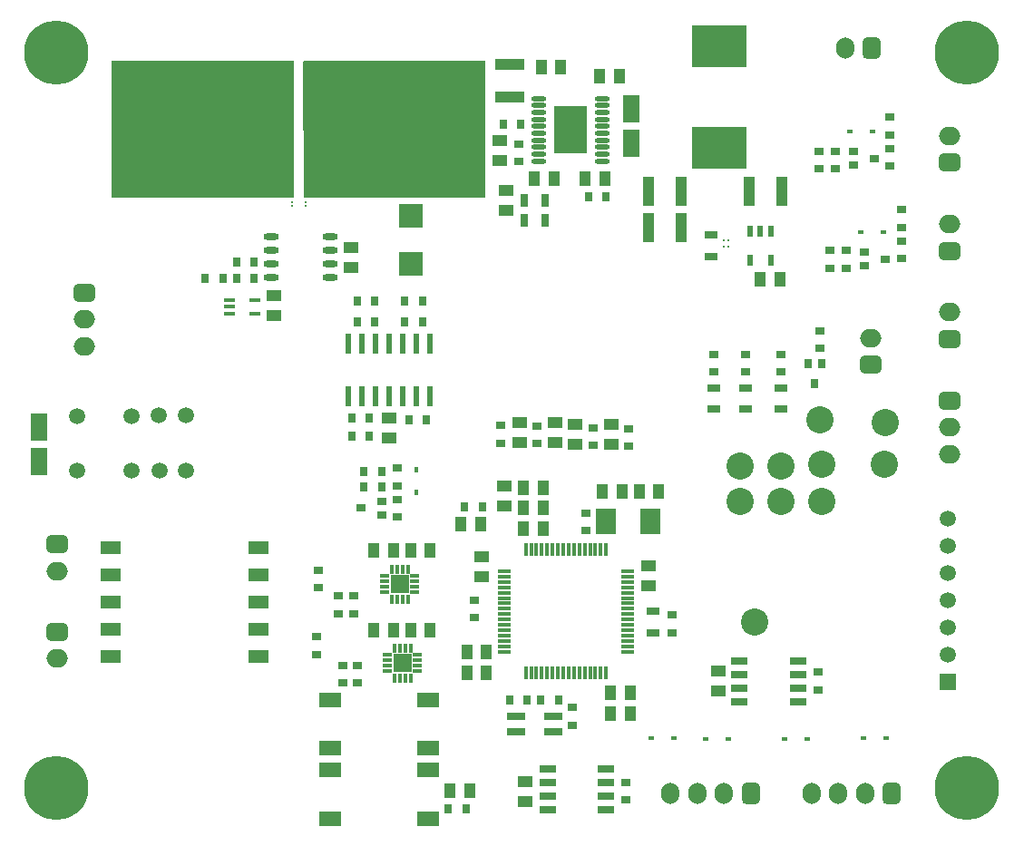
<source format=gts>
G04*
G04 #@! TF.GenerationSoftware,Altium Limited,Altium Designer,21.2.0 (30)*
G04*
G04 Layer_Color=8388736*
%FSLAX25Y25*%
%MOIN*%
G70*
G04*
G04 #@! TF.SameCoordinates,1A82DE82-DBE2-47DD-AFC6-AE7A396213A6*
G04*
G04*
G04 #@! TF.FilePolarity,Negative*
G04*
G01*
G75*
%ADD20R,0.02323X0.01772*%
%ADD21R,0.01772X0.02323*%
%ADD22R,0.06299X0.09843*%
%ADD23R,0.09055X0.09055*%
%ADD24R,0.04724X0.01181*%
%ADD25R,0.01181X0.04724*%
%ADD29R,0.03347X0.02756*%
%ADD30R,0.02756X0.03347*%
%ADD31R,0.07087X0.02953*%
%ADD32R,0.04921X0.02953*%
%ADD33R,0.02756X0.03543*%
%ADD34R,0.06102X0.02756*%
%ADD35R,0.05315X0.03937*%
%ADD36R,0.01000X0.01000*%
%ADD37R,0.04331X0.10827*%
%ADD38R,0.04300X0.01400*%
%ADD39R,0.01000X0.01000*%
%ADD40R,0.07480X0.09449*%
%ADD41R,0.03937X0.05315*%
%ADD42O,0.05709X0.02362*%
%ADD43R,0.02362X0.03937*%
%ADD44R,0.10827X0.04331*%
%ADD45R,0.12402X0.17717*%
%ADD46O,0.05512X0.01772*%
%ADD47R,0.08268X0.05512*%
%ADD48R,0.02200X0.07800*%
%ADD49R,0.03543X0.02756*%
%ADD50R,0.12598X0.14567*%
%ADD51R,0.02953X0.04921*%
%ADD52R,0.20079X0.15748*%
%ADD53R,0.07441X0.05000*%
%ADD54R,0.07047X0.07047*%
%ADD55R,0.01535X0.03307*%
%ADD56R,0.03307X0.01535*%
%ADD57C,0.06000*%
%ADD58C,0.12598*%
%ADD59O,0.07874X0.06693*%
G04:AMPARAMS|DCode=60|XSize=66.93mil|YSize=78.74mil|CornerRadius=16.73mil|HoleSize=0mil|Usage=FLASHONLY|Rotation=270.000|XOffset=0mil|YOffset=0mil|HoleType=Round|Shape=RoundedRectangle|*
%AMROUNDEDRECTD60*
21,1,0.06693,0.04528,0,0,270.0*
21,1,0.03347,0.07874,0,0,270.0*
1,1,0.03346,-0.02264,-0.01673*
1,1,0.03346,-0.02264,0.01673*
1,1,0.03346,0.02264,0.01673*
1,1,0.03346,0.02264,-0.01673*
%
%ADD60ROUNDEDRECTD60*%
%ADD61C,0.10000*%
%ADD62O,0.06693X0.07874*%
G04:AMPARAMS|DCode=63|XSize=66.93mil|YSize=78.74mil|CornerRadius=16.73mil|HoleSize=0mil|Usage=FLASHONLY|Rotation=180.000|XOffset=0mil|YOffset=0mil|HoleType=Round|Shape=RoundedRectangle|*
%AMROUNDEDRECTD63*
21,1,0.06693,0.04528,0,0,180.0*
21,1,0.03347,0.07874,0,0,180.0*
1,1,0.03346,-0.01673,0.02264*
1,1,0.03346,0.01673,0.02264*
1,1,0.03346,0.01673,-0.02264*
1,1,0.03346,-0.01673,-0.02264*
%
%ADD63ROUNDEDRECTD63*%
%ADD64C,0.05906*%
%ADD65R,0.05906X0.05906*%
%ADD66C,0.23622*%
%ADD67C,0.05000*%
%ADD68C,0.03150*%
G36*
X103500Y233000D02*
X36500D01*
Y283500D01*
X103500D01*
Y233000D01*
D02*
G37*
G36*
X174000D02*
X107262Y233000D01*
X106766Y283145D01*
X107118Y283500D01*
X174000D01*
Y233000D01*
D02*
G37*
D20*
X316154Y257500D02*
D03*
X307846D02*
D03*
X320153Y220500D02*
D03*
X311846D02*
D03*
X263154Y34000D02*
D03*
X254847D02*
D03*
X243154Y34500D02*
D03*
X234846D02*
D03*
X321153D02*
D03*
X312846D02*
D03*
X292154Y34000D02*
D03*
X283846D02*
D03*
D21*
X148500Y133153D02*
D03*
Y124846D02*
D03*
D22*
X10000Y136201D02*
D03*
Y148799D02*
D03*
X227500Y253162D02*
D03*
Y265761D02*
D03*
D23*
X146500Y226358D02*
D03*
Y208642D02*
D03*
D24*
X226138Y93795D02*
D03*
Y87890D02*
D03*
X180862Y93795D02*
D03*
Y81984D02*
D03*
Y83953D02*
D03*
Y85921D02*
D03*
Y87890D02*
D03*
Y89858D02*
D03*
Y91827D02*
D03*
Y95764D02*
D03*
Y66236D02*
D03*
Y68205D02*
D03*
Y70173D02*
D03*
Y72142D02*
D03*
Y74110D02*
D03*
Y76079D02*
D03*
Y78047D02*
D03*
Y80016D02*
D03*
X226138Y66236D02*
D03*
Y68205D02*
D03*
Y70173D02*
D03*
Y72142D02*
D03*
Y74110D02*
D03*
Y76079D02*
D03*
Y78047D02*
D03*
Y80016D02*
D03*
Y81984D02*
D03*
Y83953D02*
D03*
Y85921D02*
D03*
Y89858D02*
D03*
Y91827D02*
D03*
Y95764D02*
D03*
D25*
X196610Y103638D02*
D03*
X188736D02*
D03*
X190705D02*
D03*
X192673D02*
D03*
X194642D02*
D03*
X198579D02*
D03*
X200547D02*
D03*
X202516D02*
D03*
X204484D02*
D03*
X206453D02*
D03*
X208421D02*
D03*
X210390D02*
D03*
X212358D02*
D03*
X214327D02*
D03*
X216295D02*
D03*
X218264D02*
D03*
X188736Y58362D02*
D03*
X190705D02*
D03*
X192673D02*
D03*
X194642D02*
D03*
X196610D02*
D03*
X198579D02*
D03*
X200547D02*
D03*
X202516D02*
D03*
X204484D02*
D03*
X206453D02*
D03*
X208421D02*
D03*
X210390D02*
D03*
X212358D02*
D03*
X214327D02*
D03*
X216295D02*
D03*
X218264D02*
D03*
D29*
X206000Y45748D02*
D03*
Y39252D02*
D03*
X269500Y169024D02*
D03*
Y175520D02*
D03*
X258000Y169024D02*
D03*
Y175520D02*
D03*
X282500D02*
D03*
Y169024D02*
D03*
X225500Y11752D02*
D03*
Y18248D02*
D03*
X226561Y141768D02*
D03*
Y148264D02*
D03*
X296051Y52252D02*
D03*
Y58748D02*
D03*
X300500Y207252D02*
D03*
Y213748D02*
D03*
X296500Y243752D02*
D03*
Y250248D02*
D03*
X127000Y54717D02*
D03*
Y61214D02*
D03*
X121471Y61214D02*
D03*
Y54717D02*
D03*
X242500Y79748D02*
D03*
Y73252D02*
D03*
X192974Y142676D02*
D03*
Y149172D02*
D03*
X213535Y148466D02*
D03*
Y141970D02*
D03*
X179487Y142840D02*
D03*
Y149336D02*
D03*
X125500Y86748D02*
D03*
Y80252D02*
D03*
X322500Y262748D02*
D03*
Y256252D02*
D03*
Y244752D02*
D03*
X302500Y250248D02*
D03*
Y243752D02*
D03*
X141500Y133748D02*
D03*
Y127252D02*
D03*
X322500Y251248D02*
D03*
X306500Y213748D02*
D03*
Y207252D02*
D03*
X327000Y210752D02*
D03*
Y217248D02*
D03*
X210737Y117248D02*
D03*
Y110752D02*
D03*
X186267Y252866D02*
D03*
Y246370D02*
D03*
X327000Y228748D02*
D03*
Y222252D02*
D03*
X170000Y85248D02*
D03*
X297000Y177752D02*
D03*
Y184248D02*
D03*
X170000Y78752D02*
D03*
X112000Y65252D02*
D03*
Y71748D02*
D03*
X119971Y86748D02*
D03*
Y80252D02*
D03*
X112500Y96248D02*
D03*
Y89752D02*
D03*
X141500Y122248D02*
D03*
Y115752D02*
D03*
D30*
X189248Y48500D02*
D03*
X182752D02*
D03*
X194252D02*
D03*
X200748D02*
D03*
X172748Y119500D02*
D03*
X166252D02*
D03*
X160297Y8487D02*
D03*
X166793D02*
D03*
X124752Y152000D02*
D03*
X131248D02*
D03*
X186973Y260000D02*
D03*
X180477D02*
D03*
X218248Y233487D02*
D03*
X211752D02*
D03*
X88932Y209500D02*
D03*
X82436D02*
D03*
X88932Y203500D02*
D03*
X82436D02*
D03*
X71000D02*
D03*
X77496D02*
D03*
X126752Y187500D02*
D03*
X133248D02*
D03*
X144252Y195000D02*
D03*
X150748D02*
D03*
Y187500D02*
D03*
X144252D02*
D03*
X126752Y195000D02*
D03*
X133248D02*
D03*
X145752Y151500D02*
D03*
X152248D02*
D03*
X131248Y145500D02*
D03*
X124752D02*
D03*
X135748Y132500D02*
D03*
X129252D02*
D03*
X135748Y126694D02*
D03*
X129252D02*
D03*
D31*
X198693Y42479D02*
D03*
X185307D02*
D03*
X198693Y36771D02*
D03*
X185307D02*
D03*
D32*
X269500Y155335D02*
D03*
Y163209D02*
D03*
X282500D02*
D03*
Y155335D02*
D03*
X258000D02*
D03*
Y163209D02*
D03*
X257000Y219437D02*
D03*
Y211563D02*
D03*
X235500Y80937D02*
D03*
Y73063D02*
D03*
D33*
X292441Y172240D02*
D03*
X297559D02*
D03*
X295000Y164760D02*
D03*
D34*
X218192Y23000D02*
D03*
Y18000D02*
D03*
Y13000D02*
D03*
Y8000D02*
D03*
X196735D02*
D03*
Y13000D02*
D03*
Y18000D02*
D03*
Y23000D02*
D03*
X288728Y62826D02*
D03*
Y57826D02*
D03*
Y52826D02*
D03*
Y47826D02*
D03*
X267272D02*
D03*
Y52826D02*
D03*
Y57826D02*
D03*
Y62826D02*
D03*
D35*
X188500Y18500D02*
D03*
Y11216D02*
D03*
X172500Y101142D02*
D03*
Y93858D02*
D03*
X220048Y149642D02*
D03*
Y142358D02*
D03*
X259479Y59142D02*
D03*
Y51858D02*
D03*
X186462Y150550D02*
D03*
Y143266D02*
D03*
X199487D02*
D03*
Y150550D02*
D03*
X207023Y149844D02*
D03*
Y142560D02*
D03*
X181000Y119858D02*
D03*
Y127142D02*
D03*
X234000Y97642D02*
D03*
Y90358D02*
D03*
X96131Y189858D02*
D03*
Y197142D02*
D03*
X179326Y246823D02*
D03*
Y254107D02*
D03*
X181500Y235642D02*
D03*
Y228358D02*
D03*
X124500Y214642D02*
D03*
Y207358D02*
D03*
X138513Y152013D02*
D03*
Y144729D02*
D03*
D36*
X261552Y215000D02*
D03*
X263052D02*
D03*
X261552Y217500D02*
D03*
X263052D02*
D03*
D37*
X246008Y222000D02*
D03*
X234000D02*
D03*
X283004Y235500D02*
D03*
X270996D02*
D03*
X246004D02*
D03*
X233996D02*
D03*
D38*
X89300Y195560D02*
D03*
Y190440D02*
D03*
X79700D02*
D03*
Y193000D02*
D03*
Y195560D02*
D03*
D39*
X103000Y230000D02*
D03*
Y231500D02*
D03*
X108000Y230000D02*
D03*
Y231500D02*
D03*
D40*
X234376Y114000D02*
D03*
X218234D02*
D03*
D41*
X167058Y58513D02*
D03*
X174341D02*
D03*
X167058Y66010D02*
D03*
X174341D02*
D03*
X224239Y125000D02*
D03*
X216956D02*
D03*
X282142Y203000D02*
D03*
X274858D02*
D03*
X187858Y126494D02*
D03*
X195142D02*
D03*
X187808Y118997D02*
D03*
X195092D02*
D03*
X195142Y111500D02*
D03*
X187858D02*
D03*
X220000Y43500D02*
D03*
X227284D02*
D03*
X220000Y51000D02*
D03*
X227284D02*
D03*
X172142Y112987D02*
D03*
X164858D02*
D03*
X168171Y15000D02*
D03*
X160888D02*
D03*
X132858Y74000D02*
D03*
X140142D02*
D03*
X153642D02*
D03*
X146358D02*
D03*
X237642Y125000D02*
D03*
X230358D02*
D03*
X210549Y240000D02*
D03*
X217833D02*
D03*
X191858D02*
D03*
X199142D02*
D03*
X223142Y277800D02*
D03*
X215858D02*
D03*
X194358Y281000D02*
D03*
X201642D02*
D03*
X140239Y103270D02*
D03*
X132956D02*
D03*
X146358Y103270D02*
D03*
X153642D02*
D03*
D42*
X116728Y203800D02*
D03*
X95272Y218800D02*
D03*
Y208800D02*
D03*
Y203800D02*
D03*
X116728Y218800D02*
D03*
Y208800D02*
D03*
Y213800D02*
D03*
X95272D02*
D03*
D43*
X278740Y210087D02*
D03*
X271260D02*
D03*
Y220913D02*
D03*
X275000D02*
D03*
X278740D02*
D03*
D44*
X183000Y269996D02*
D03*
Y282004D02*
D03*
D45*
X205103Y258000D02*
D03*
D46*
X216718Y246484D02*
D03*
Y249043D02*
D03*
Y251602D02*
D03*
Y254161D02*
D03*
Y256720D02*
D03*
Y259279D02*
D03*
Y261839D02*
D03*
Y264398D02*
D03*
Y266957D02*
D03*
Y269516D02*
D03*
X193489Y246484D02*
D03*
Y249043D02*
D03*
Y251602D02*
D03*
Y254161D02*
D03*
Y256720D02*
D03*
Y259279D02*
D03*
Y261839D02*
D03*
Y264398D02*
D03*
Y266957D02*
D03*
Y269516D02*
D03*
D47*
X152702Y4928D02*
D03*
X116875D02*
D03*
Y22645D02*
D03*
X152702D02*
D03*
X152827Y48500D02*
D03*
X117000D02*
D03*
X152827Y30784D02*
D03*
X117000D02*
D03*
D48*
X133500Y159971D02*
D03*
X138500Y179371D02*
D03*
X123500Y159971D02*
D03*
X128500D02*
D03*
X138500D02*
D03*
X143500D02*
D03*
X148500D02*
D03*
X153500D02*
D03*
Y179371D02*
D03*
X148500D02*
D03*
X143500D02*
D03*
X133500D02*
D03*
X128500D02*
D03*
X123500D02*
D03*
D49*
X316740Y247500D02*
D03*
X309260Y250059D02*
D03*
Y244941D02*
D03*
X313260Y207941D02*
D03*
Y213059D02*
D03*
X320740Y210500D02*
D03*
X128260Y119000D02*
D03*
X135740Y116441D02*
D03*
Y121559D02*
D03*
D50*
X97206Y241151D02*
D03*
X113544D02*
D03*
D51*
X195937Y232000D02*
D03*
X188063D02*
D03*
Y224897D02*
D03*
X195937D02*
D03*
D52*
X260000Y288701D02*
D03*
Y251299D02*
D03*
D53*
X90646Y84500D02*
D03*
Y74500D02*
D03*
Y64500D02*
D03*
Y94500D02*
D03*
Y104500D02*
D03*
X36354Y84500D02*
D03*
Y74500D02*
D03*
Y64500D02*
D03*
Y94500D02*
D03*
Y104500D02*
D03*
D54*
X142488Y91047D02*
D03*
X143453Y61988D02*
D03*
D55*
X145441Y85535D02*
D03*
X143472D02*
D03*
X141504D02*
D03*
X139535D02*
D03*
Y96559D02*
D03*
X141504D02*
D03*
X143472D02*
D03*
X145441D02*
D03*
X146405Y56476D02*
D03*
X144437D02*
D03*
X142469D02*
D03*
X140500D02*
D03*
Y67500D02*
D03*
X142469D02*
D03*
X144437D02*
D03*
X146405D02*
D03*
D56*
X136976Y88095D02*
D03*
Y90063D02*
D03*
Y92032D02*
D03*
Y94000D02*
D03*
X148000D02*
D03*
Y92032D02*
D03*
Y90063D02*
D03*
Y88095D02*
D03*
X137941Y59035D02*
D03*
Y61004D02*
D03*
Y62972D02*
D03*
Y64941D02*
D03*
X148965D02*
D03*
Y62972D02*
D03*
Y61004D02*
D03*
Y59035D02*
D03*
D57*
X62039Y258461D02*
D03*
X148461Y258500D02*
D03*
D58*
X79500Y275921D02*
D03*
X62039Y241000D02*
D03*
X79500Y258461D02*
D03*
Y241000D02*
D03*
X44579D02*
D03*
Y258461D02*
D03*
X62039Y275921D02*
D03*
X44579D02*
D03*
X165921Y275961D02*
D03*
X148461Y241039D02*
D03*
X165921Y258500D02*
D03*
Y241039D02*
D03*
X131000D02*
D03*
Y258500D02*
D03*
X148461Y275961D02*
D03*
X131000D02*
D03*
D59*
X26500Y178500D02*
D03*
Y188342D02*
D03*
X344500Y191000D02*
D03*
Y223342D02*
D03*
X315500Y181500D02*
D03*
X344500Y255842D02*
D03*
Y138815D02*
D03*
Y148658D02*
D03*
X16500Y95917D02*
D03*
Y63657D02*
D03*
D60*
X26500Y198185D02*
D03*
X344500Y181158D02*
D03*
Y213500D02*
D03*
X315500Y171658D02*
D03*
X344500Y246000D02*
D03*
Y158500D02*
D03*
X16500Y105759D02*
D03*
Y73500D02*
D03*
D61*
X267500Y134500D02*
D03*
X320500Y135000D02*
D03*
X273000Y77000D02*
D03*
X282500Y121500D02*
D03*
Y134500D02*
D03*
X297500Y121500D02*
D03*
X297000Y151500D02*
D03*
X297500Y135000D02*
D03*
X267500Y121500D02*
D03*
X321000Y150500D02*
D03*
D62*
X241972Y14000D02*
D03*
X251815D02*
D03*
X261658D02*
D03*
X293815D02*
D03*
X303658D02*
D03*
X313500D02*
D03*
X306157Y288000D02*
D03*
D63*
X271500Y14000D02*
D03*
X323342D02*
D03*
X316000Y288000D02*
D03*
D64*
X54079Y132870D02*
D03*
X64000D02*
D03*
Y153000D02*
D03*
X54000D02*
D03*
X44000Y152870D02*
D03*
Y132870D02*
D03*
X24000Y152870D02*
D03*
Y132870D02*
D03*
X344000Y115000D02*
D03*
Y65000D02*
D03*
Y75000D02*
D03*
Y85000D02*
D03*
Y105000D02*
D03*
Y95000D02*
D03*
D65*
Y55000D02*
D03*
D66*
X351000Y16185D02*
D03*
X16295Y286500D02*
D03*
X351000D02*
D03*
X16295Y16185D02*
D03*
D67*
X110000Y255500D02*
D03*
X118000Y256000D02*
D03*
X118500Y262500D02*
D03*
X110500Y263000D02*
D03*
Y270000D02*
D03*
X118500Y269500D02*
D03*
X118000Y278000D02*
D03*
X110500D02*
D03*
X100000Y255500D02*
D03*
X92500Y255000D02*
D03*
Y263000D02*
D03*
X100000Y262500D02*
D03*
X100500Y270500D02*
D03*
X92500Y271000D02*
D03*
X100500Y278000D02*
D03*
X93000Y278500D02*
D03*
D68*
X200773Y264496D02*
D03*
X209434Y251504D02*
D03*
X200773D02*
D03*
X209434Y264496D02*
D03*
M02*

</source>
